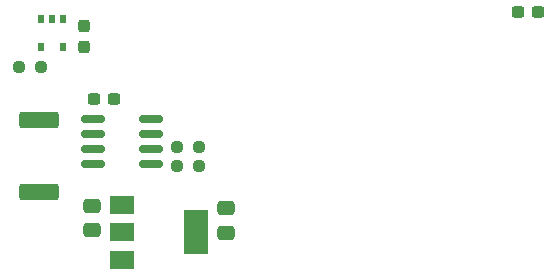
<source format=gbr>
%TF.GenerationSoftware,KiCad,Pcbnew,7.0.10*%
%TF.CreationDate,2024-02-11T01:36:44-05:00*%
%TF.ProjectId,RP2040_Count2,52503230-3430-45f4-936f-756e74322e6b,v2*%
%TF.SameCoordinates,Original*%
%TF.FileFunction,Paste,Top*%
%TF.FilePolarity,Positive*%
%FSLAX46Y46*%
G04 Gerber Fmt 4.6, Leading zero omitted, Abs format (unit mm)*
G04 Created by KiCad (PCBNEW 7.0.10) date 2024-02-11 01:36:44*
%MOMM*%
%LPD*%
G01*
G04 APERTURE LIST*
G04 Aperture macros list*
%AMRoundRect*
0 Rectangle with rounded corners*
0 $1 Rounding radius*
0 $2 $3 $4 $5 $6 $7 $8 $9 X,Y pos of 4 corners*
0 Add a 4 corners polygon primitive as box body*
4,1,4,$2,$3,$4,$5,$6,$7,$8,$9,$2,$3,0*
0 Add four circle primitives for the rounded corners*
1,1,$1+$1,$2,$3*
1,1,$1+$1,$4,$5*
1,1,$1+$1,$6,$7*
1,1,$1+$1,$8,$9*
0 Add four rect primitives between the rounded corners*
20,1,$1+$1,$2,$3,$4,$5,0*
20,1,$1+$1,$4,$5,$6,$7,0*
20,1,$1+$1,$6,$7,$8,$9,0*
20,1,$1+$1,$8,$9,$2,$3,0*%
G04 Aperture macros list end*
%ADD10RoundRect,0.249999X1.425001X-0.450001X1.425001X0.450001X-1.425001X0.450001X-1.425001X-0.450001X0*%
%ADD11RoundRect,0.237500X-0.250000X-0.237500X0.250000X-0.237500X0.250000X0.237500X-0.250000X0.237500X0*%
%ADD12RoundRect,0.237500X-0.300000X-0.237500X0.300000X-0.237500X0.300000X0.237500X-0.300000X0.237500X0*%
%ADD13RoundRect,0.237500X0.237500X-0.300000X0.237500X0.300000X-0.237500X0.300000X-0.237500X-0.300000X0*%
%ADD14R,0.510000X0.700000*%
%ADD15RoundRect,0.150000X0.825000X0.150000X-0.825000X0.150000X-0.825000X-0.150000X0.825000X-0.150000X0*%
%ADD16RoundRect,0.250000X0.475000X-0.337500X0.475000X0.337500X-0.475000X0.337500X-0.475000X-0.337500X0*%
%ADD17R,2.000000X1.500000*%
%ADD18R,2.000000X3.800000*%
G04 APERTURE END LIST*
D10*
%TO.C,R2*%
X113000000Y-91800000D03*
X113000000Y-85700000D03*
%TD*%
D11*
%TO.C,R3*%
X124687500Y-88000000D03*
X126512500Y-88000000D03*
%TD*%
D12*
%TO.C,C6*%
X153537500Y-76500000D03*
X155262500Y-76500000D03*
%TD*%
D13*
%TO.C,C1*%
X116800000Y-79462500D03*
X116800000Y-77737500D03*
%TD*%
D14*
%TO.C,U1*%
X115050000Y-77140000D03*
X114100000Y-77140000D03*
X113150000Y-77140000D03*
X113150000Y-79460000D03*
X115050000Y-79460000D03*
%TD*%
D15*
%TO.C,U4*%
X122475000Y-89405000D03*
X122475000Y-88135000D03*
X122475000Y-86865000D03*
X122475000Y-85595000D03*
X117525000Y-85595000D03*
X117525000Y-86865000D03*
X117525000Y-88135000D03*
X117525000Y-89405000D03*
%TD*%
D16*
%TO.C,C4*%
X128800000Y-95237500D03*
X128800000Y-93162500D03*
%TD*%
D11*
%TO.C,R1*%
X111287500Y-81200000D03*
X113112500Y-81200000D03*
%TD*%
D17*
%TO.C,U3*%
X120000000Y-92900000D03*
X120000000Y-95200000D03*
D18*
X126300000Y-95200000D03*
D17*
X120000000Y-97500000D03*
%TD*%
D12*
%TO.C,C5*%
X117600000Y-83900000D03*
X119325000Y-83900000D03*
%TD*%
D16*
%TO.C,C3*%
X117500000Y-95037500D03*
X117500000Y-92962500D03*
%TD*%
D11*
%TO.C,R4*%
X124687500Y-89600000D03*
X126512500Y-89600000D03*
%TD*%
M02*

</source>
